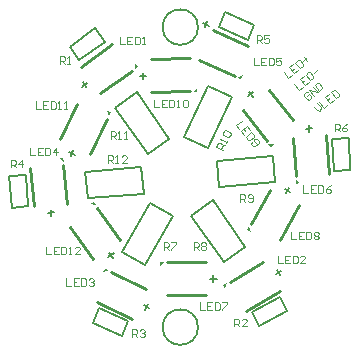
<source format=gto>
G04*
G04 #@! TF.GenerationSoftware,Altium Limited,Altium Designer,23.5.1 (21)*
G04*
G04 Layer_Color=65535*
%FSLAX44Y44*%
%MOMM*%
G71*
G04*
G04 #@! TF.SameCoordinates,F507A0DE-0196-4A71-86C9-71FBE13DDA2A*
G04*
G04*
G04 #@! TF.FilePolarity,Positive*
G04*
G01*
G75*
%ADD10C,0.1270*%
%ADD11C,0.1524*%
%ADD12C,0.2540*%
%ADD13C,0.2032*%
%ADD14C,0.1016*%
G36*
X-76198Y-22771D02*
X-73341Y-20750D01*
X-71320Y-23608D01*
X-76198Y-22771D01*
D01*
D02*
G37*
G36*
X-65241Y-80754D02*
X-63762Y-77582D01*
X-60589Y-79061D01*
X-65241Y-80754D01*
D01*
D02*
G37*
G36*
X-17452Y-74984D02*
X-17446Y-71485D01*
X-13946Y-71491D01*
X-17452Y-74984D01*
D01*
D02*
G37*
G36*
X-102556Y16123D02*
X-99069Y16428D01*
X-98764Y12941D01*
X-102556Y16123D01*
D01*
D02*
G37*
G36*
X-62019Y56282D02*
X-58874Y54747D01*
X-60409Y51602D01*
X-62019Y56282D01*
D01*
D02*
G37*
G36*
X-37986Y96240D02*
X-35921Y93414D01*
X-38747Y91349D01*
X-37986Y96240D01*
D01*
D02*
G37*
G36*
X38147Y-94323D02*
X36398Y-91292D01*
X39429Y-89542D01*
X38147Y-94323D01*
D01*
D02*
G37*
G36*
X59489Y-46171D02*
X56420Y-44489D01*
X58102Y-41420D01*
X59489Y-46171D01*
D01*
D02*
G37*
G36*
X101424Y-5169D02*
X97934Y-5431D01*
X97671Y-1941D01*
X101424Y-5169D01*
D01*
D02*
G37*
G36*
X14331Y75629D02*
X14397Y72130D01*
X10897Y72064D01*
X14331Y75629D01*
D01*
D02*
G37*
G36*
X52920Y86095D02*
X51505Y82894D01*
X48304Y84309D01*
X52920Y86095D01*
D01*
D02*
G37*
G36*
X79302Y27817D02*
X76554Y25650D01*
X74386Y28398D01*
X79302Y27817D01*
D01*
D02*
G37*
D10*
X15000Y-127000D02*
G03*
X15000Y-127000I-15000J0D01*
G01*
Y127000D02*
G03*
X15000Y127000I-15000J0D01*
G01*
D11*
X60406Y-114301D02*
X84066Y-101453D01*
X60406Y-114301D02*
X66952Y-126355D01*
X90612Y-113506D01*
X84066Y-101453D02*
X90612Y-113506D01*
X-68636Y-110837D02*
X-44014Y-121728D01*
X-74185Y-123380D02*
X-68636Y-110837D01*
X-74185Y-123380D02*
X-49563Y-134272D01*
X-44014Y-121728D01*
X32438Y127180D02*
X57153Y116500D01*
X62594Y129090D01*
X37878Y139770D02*
X62594Y129090D01*
X32438Y127180D02*
X37878Y139770D01*
X128719Y32284D02*
X130110Y5396D01*
X143808Y6105D01*
X142416Y32993D02*
X143808Y6105D01*
X128719Y32284D02*
X142416Y32993D01*
X-85500Y98877D02*
X-63755Y114754D01*
X-71843Y125832D02*
X-63755Y114754D01*
X-93588Y109955D02*
X-71843Y125832D01*
X-93588Y109955D02*
X-85500Y98877D01*
X-130972Y1962D02*
X-128625Y-24859D01*
X-144636Y767D02*
X-130972Y1962D01*
X-144636Y767D02*
X-142289Y-26055D01*
X-128625Y-24859D01*
X81601Y-78586D02*
X84322Y-83299D01*
X80605Y-82303D02*
X85318Y-79582D01*
X28033Y-83168D02*
X28023Y-88610D01*
X25307Y-85884D02*
X30749Y-85894D01*
X-27425Y-107323D02*
X-29725Y-112255D01*
X-31041Y-108639D02*
X-26109Y-110939D01*
X20711Y126933D02*
X22912Y131910D01*
X24300Y128322D02*
X19323Y130522D01*
X57478Y68556D02*
X61750Y71926D01*
X61299Y68105D02*
X57929Y72377D01*
X106090Y40811D02*
X111517Y41219D01*
X109008Y38302D02*
X108600Y43728D01*
X88462Y-10165D02*
X93234Y-12781D01*
X89540Y-13859D02*
X92156Y-9087D01*
X-31316Y82864D02*
X-31419Y88305D01*
X-28647Y85636D02*
X-34088Y85533D01*
X-79501Y75932D02*
X-82711Y80325D01*
X-78909Y79734D02*
X-83303Y76523D01*
X-89261Y18949D02*
X-94151Y21337D01*
X-90512Y22588D02*
X-92900Y17698D01*
X-106657Y-29911D02*
X-112078Y-30385D01*
X-109605Y-27437D02*
X-109131Y-32858D01*
X-56534Y-64596D02*
X-60977Y-67738D01*
X-60327Y-63945D02*
X-57185Y-68388D01*
D12*
X55786Y-112972D02*
X84382Y-96462D01*
X41992Y-88674D02*
X70412Y-72266D01*
X-11548Y-99965D02*
X21472Y-100028D01*
X-11293Y-72026D02*
X21524Y-72088D01*
X-70400Y-105900D02*
X-40473Y-119855D01*
X-58408Y-80663D02*
X-28666Y-94532D01*
X27375Y124691D02*
X57575Y111339D01*
X16077Y99137D02*
X46091Y85867D01*
X74768Y73879D02*
X95220Y47956D01*
X52832Y56574D02*
X73158Y30810D01*
X123404Y35564D02*
X125878Y2637D01*
X95543Y33470D02*
X98001Y746D01*
X84245Y-52956D02*
X100118Y-24001D01*
X59843Y-39347D02*
X75617Y-10570D01*
X-25107Y99857D02*
X7908Y100482D01*
X-24578Y71922D02*
X8234Y72543D01*
X-84183Y93406D02*
X-57524Y112889D01*
X-67698Y70848D02*
X-41202Y90211D01*
X-101557Y32220D02*
X-87068Y61891D01*
X-76450Y19960D02*
X-62050Y49449D01*
X-126912Y8018D02*
X-124034Y-24876D01*
X-99060Y10251D02*
X-96200Y-22441D01*
X-93147Y-42050D02*
X-74079Y-69008D01*
X-70219Y-26081D02*
X-51269Y-52873D01*
D13*
X-80427Y4182D02*
X-78478Y-18085D01*
X-32856Y8344D02*
X-30908Y-13923D01*
X-80427Y4182D02*
X-32856Y8344D01*
X-78478Y-18085D02*
X-30908Y-13923D01*
X-54901Y58922D02*
X-36591Y71743D01*
X-27512Y19806D02*
X-9202Y32626D01*
X-36591Y71743D02*
X-9202Y32626D01*
X-54901Y58922D02*
X-27512Y19806D01*
X23577Y77007D02*
X43835Y67560D01*
X3396Y33729D02*
X23654Y24282D01*
X43835Y67560D01*
X3396Y33729D02*
X23577Y77007D01*
X78478Y18085D02*
X80427Y-4182D01*
X30908Y13923D02*
X32856Y-8344D01*
X80427Y-4182D01*
X30908Y13923D02*
X78478Y18085D01*
X36591Y-71743D02*
X54901Y-58922D01*
X9202Y-32626D02*
X27512Y-19806D01*
X9202Y-32626D02*
X36591Y-71743D01*
X27512Y-19806D02*
X54901Y-58922D01*
X-49557Y-63483D02*
X-30199Y-74659D01*
X-25681Y-22128D02*
X-6323Y-33304D01*
X-49557Y-63483D02*
X-25681Y-22128D01*
X-30199Y-74659D02*
X-6323Y-33304D01*
D14*
X45510Y-126364D02*
Y-120016D01*
X48684D01*
X49742Y-121074D01*
Y-123190D01*
X48684Y-124248D01*
X45510D01*
X47626D02*
X49742Y-126364D01*
X56090D02*
X51858D01*
X56090Y-122132D01*
Y-121074D01*
X55032Y-120016D01*
X52916D01*
X51858Y-121074D01*
X82342Y-66676D02*
Y-73024D01*
X86574D01*
X92922Y-66676D02*
X88690D01*
Y-73024D01*
X92922D01*
X88690Y-69850D02*
X90806D01*
X95038Y-66676D02*
Y-73024D01*
X98212D01*
X99270Y-71966D01*
Y-67734D01*
X98212Y-66676D01*
X95038D01*
X105618Y-73024D02*
X101386D01*
X105618Y-68792D01*
Y-67734D01*
X104560Y-66676D01*
X102444D01*
X101386Y-67734D01*
X16302Y-106046D02*
Y-112394D01*
X20534D01*
X26882Y-106046D02*
X22650D01*
Y-112394D01*
X26882D01*
X22650Y-109220D02*
X24766D01*
X28998Y-106046D02*
Y-112394D01*
X32172D01*
X33230Y-111336D01*
Y-107104D01*
X32172Y-106046D01*
X28998D01*
X35346D02*
X39578D01*
Y-107104D01*
X35346Y-111336D01*
Y-112394D01*
X-96728Y-85726D02*
Y-92074D01*
X-92496D01*
X-86148Y-85726D02*
X-90380D01*
Y-92074D01*
X-86148D01*
X-90380Y-88900D02*
X-88264D01*
X-84032Y-85726D02*
Y-92074D01*
X-80858D01*
X-79800Y-91016D01*
Y-86784D01*
X-80858Y-85726D01*
X-84032D01*
X-77684Y-86784D02*
X-76626Y-85726D01*
X-74510D01*
X-73452Y-86784D01*
Y-87842D01*
X-74510Y-88900D01*
X-75568D01*
X-74510D01*
X-73452Y-89958D01*
Y-91016D01*
X-74510Y-92074D01*
X-76626D01*
X-77684Y-91016D01*
X-40850Y-135254D02*
Y-128906D01*
X-37676D01*
X-36618Y-129964D01*
Y-132080D01*
X-37676Y-133138D01*
X-40850D01*
X-38734D02*
X-36618Y-135254D01*
X-34502Y-129964D02*
X-33444Y-128906D01*
X-31328D01*
X-30270Y-129964D01*
Y-131022D01*
X-31328Y-132080D01*
X-32386D01*
X-31328D01*
X-30270Y-133138D01*
Y-134196D01*
X-31328Y-135254D01*
X-33444D01*
X-34502Y-134196D01*
X112885Y59634D02*
X115605Y56392D01*
X118586Y56132D01*
X118847Y59113D01*
X116127Y62354D01*
X117748Y63715D02*
X121828Y58852D01*
X125070Y61572D01*
X125852Y70515D02*
X122610Y67795D01*
X126691Y62932D01*
X129933Y65652D01*
X124651Y65363D02*
X126272Y66724D01*
X127473Y71875D02*
X131554Y67013D01*
X133985Y69053D01*
X134115Y70543D01*
X131395Y73785D01*
X129905Y73916D01*
X127473Y71875D01*
X107917Y71704D02*
X106426Y71834D01*
X104805Y70474D01*
X104675Y68984D01*
X107395Y65742D01*
X108886Y65611D01*
X110507Y66972D01*
X110637Y68462D01*
X109277Y70083D01*
X107656Y68723D01*
X112938Y69012D02*
X108858Y73875D01*
X116180Y71732D01*
X112100Y76595D01*
X113720Y77955D02*
X117801Y73092D01*
X120232Y75132D01*
X120363Y76623D01*
X117642Y79865D01*
X116152Y79995D01*
X113720Y77955D01*
X96375Y78684D02*
X100455Y73821D01*
X103697Y76542D01*
X104480Y85485D02*
X101238Y82765D01*
X105318Y77902D01*
X108560Y80622D01*
X103278Y80333D02*
X104899Y81693D01*
X106100Y86845D02*
X110181Y81982D01*
X112612Y84022D01*
X112743Y85513D01*
X110022Y88755D01*
X108532Y88885D01*
X106100Y86845D01*
X113003Y88494D02*
X116245Y91214D01*
X87485Y88844D02*
X91565Y83981D01*
X94807Y86702D01*
X95590Y95645D02*
X92348Y92925D01*
X96428Y88062D01*
X99670Y90782D01*
X94388Y90493D02*
X96009Y91853D01*
X97210Y97005D02*
X101291Y92142D01*
X103722Y94182D01*
X103853Y95673D01*
X101132Y98915D01*
X99642Y99045D01*
X97210Y97005D01*
X104113Y98654D02*
X107355Y101374D01*
X104374Y101635D02*
X107094Y98393D01*
X64560Y113666D02*
Y120014D01*
X67734D01*
X68792Y118956D01*
Y116840D01*
X67734Y115782D01*
X64560D01*
X66676D02*
X68792Y113666D01*
X75140Y120014D02*
X70908D01*
Y116840D01*
X73024Y117898D01*
X74082D01*
X75140Y116840D01*
Y114724D01*
X74082Y113666D01*
X71966D01*
X70908Y114724D01*
X62022Y100964D02*
Y94616D01*
X66254D01*
X72602Y100964D02*
X68370D01*
Y94616D01*
X72602D01*
X68370Y97790D02*
X70486D01*
X74718Y100964D02*
Y94616D01*
X77892D01*
X78950Y95674D01*
Y99906D01*
X77892Y100964D01*
X74718D01*
X85298D02*
X81066D01*
Y97790D01*
X83182Y98848D01*
X84240D01*
X85298Y97790D01*
Y95674D01*
X84240Y94616D01*
X82124D01*
X81066Y95674D01*
X52101Y47785D02*
X47238Y43705D01*
X49958Y40463D01*
X58901Y39681D02*
X56181Y42923D01*
X51318Y38842D01*
X54039Y35600D01*
X53750Y40882D02*
X55110Y39261D01*
X60262Y38060D02*
X55399Y33979D01*
X57439Y31548D01*
X58929Y31418D01*
X62171Y34138D01*
X62302Y35628D01*
X60262Y38060D01*
X60290Y29797D02*
X60159Y28306D01*
X61519Y26685D01*
X63010Y26555D01*
X66252Y29275D01*
X66382Y30766D01*
X65022Y32387D01*
X63531Y32517D01*
X62721Y31837D01*
X62590Y30346D01*
X64631Y27915D01*
X130600Y38736D02*
Y45084D01*
X133774D01*
X134832Y44026D01*
Y41910D01*
X133774Y40852D01*
X130600D01*
X132716D02*
X134832Y38736D01*
X141180Y45084D02*
X139064Y44026D01*
X136948Y41910D01*
Y39794D01*
X138006Y38736D01*
X140122D01*
X141180Y39794D01*
Y40852D01*
X140122Y41910D01*
X136948D01*
X103932Y-6986D02*
Y-13334D01*
X108164D01*
X114512Y-6986D02*
X110280D01*
Y-13334D01*
X114512D01*
X110280Y-10160D02*
X112396D01*
X116628Y-6986D02*
Y-13334D01*
X119802D01*
X120860Y-12276D01*
Y-8044D01*
X119802Y-6986D01*
X116628D01*
X127208D02*
X125092Y-8044D01*
X122976Y-10160D01*
Y-12276D01*
X124034Y-13334D01*
X126150D01*
X127208Y-12276D01*
Y-11218D01*
X126150Y-10160D01*
X122976D01*
X93772Y-46356D02*
Y-52704D01*
X98004D01*
X104352Y-46356D02*
X100120D01*
Y-52704D01*
X104352D01*
X100120Y-49530D02*
X102236D01*
X106468Y-46356D02*
Y-52704D01*
X109642D01*
X110700Y-51646D01*
Y-47414D01*
X109642Y-46356D01*
X106468D01*
X112816Y-47414D02*
X113874Y-46356D01*
X115990D01*
X117048Y-47414D01*
Y-48472D01*
X115990Y-49530D01*
X117048Y-50588D01*
Y-51646D01*
X115990Y-52704D01*
X113874D01*
X112816Y-51646D01*
Y-50588D01*
X113874Y-49530D01*
X112816Y-48472D01*
Y-47414D01*
X113874Y-49530D02*
X115990D01*
X-21903Y65404D02*
Y59056D01*
X-17671D01*
X-11323Y65404D02*
X-15555D01*
Y59056D01*
X-11323D01*
X-15555Y62230D02*
X-13439D01*
X-9207Y65404D02*
Y59056D01*
X-6033D01*
X-4975Y60114D01*
Y64346D01*
X-6033Y65404D01*
X-9207D01*
X-2859Y59056D02*
X-743D01*
X-1801D01*
Y65404D01*
X-2859Y64346D01*
X2431D02*
X3489Y65404D01*
X5605D01*
X6663Y64346D01*
Y60114D01*
X5605Y59056D01*
X3489D01*
X2431Y60114D01*
Y64346D01*
X-102022Y95886D02*
Y102234D01*
X-98848D01*
X-97790Y101176D01*
Y99060D01*
X-98848Y98002D01*
X-102022D01*
X-99906D02*
X-97790Y95886D01*
X-95674D02*
X-93558D01*
X-94616D01*
Y102234D01*
X-95674Y101176D01*
X-51220Y118744D02*
Y112396D01*
X-46988D01*
X-40640Y118744D02*
X-44872D01*
Y112396D01*
X-40640D01*
X-44872Y115570D02*
X-42756D01*
X-38524Y118744D02*
Y112396D01*
X-35350D01*
X-34292Y113454D01*
Y117686D01*
X-35350Y118744D01*
X-38524D01*
X-32176Y112396D02*
X-30060D01*
X-31118D01*
Y118744D01*
X-32176Y117686D01*
X-122445Y64134D02*
Y57786D01*
X-118213D01*
X-111865Y64134D02*
X-116097D01*
Y57786D01*
X-111865D01*
X-116097Y60960D02*
X-113981D01*
X-109749Y64134D02*
Y57786D01*
X-106575D01*
X-105517Y58844D01*
Y63076D01*
X-106575Y64134D01*
X-109749D01*
X-103401Y57786D02*
X-101285D01*
X-102343D01*
Y64134D01*
X-103401Y63076D01*
X-98111Y57786D02*
X-95995D01*
X-97053D01*
Y64134D01*
X-98111Y63076D01*
X-127208Y24764D02*
Y18416D01*
X-122976D01*
X-116628Y24764D02*
X-120860D01*
Y18416D01*
X-116628D01*
X-120860Y21590D02*
X-118744D01*
X-114512Y24764D02*
Y18416D01*
X-111338D01*
X-110280Y19474D01*
Y23706D01*
X-111338Y24764D01*
X-114512D01*
X-104990Y18416D02*
Y24764D01*
X-108164Y21590D01*
X-103932D01*
X-143720Y8256D02*
Y14604D01*
X-140546D01*
X-139488Y13546D01*
Y11430D01*
X-140546Y10372D01*
X-143720D01*
X-141604D02*
X-139488Y8256D01*
X-134198D02*
Y14604D01*
X-137372Y11430D01*
X-133140D01*
X-113343Y-59056D02*
Y-65404D01*
X-109111D01*
X-102763Y-59056D02*
X-106995D01*
Y-65404D01*
X-102763D01*
X-106995Y-62230D02*
X-104879D01*
X-100647Y-59056D02*
Y-65404D01*
X-97473D01*
X-96415Y-64346D01*
Y-60114D01*
X-97473Y-59056D01*
X-100647D01*
X-94299Y-65404D02*
X-92183D01*
X-93241D01*
Y-59056D01*
X-94299Y-60114D01*
X-84777Y-65404D02*
X-89009D01*
X-84777Y-61172D01*
Y-60114D01*
X-85835Y-59056D01*
X-87951D01*
X-89009Y-60114D01*
X-61275Y12066D02*
Y18414D01*
X-58101D01*
X-57043Y17356D01*
Y15240D01*
X-58101Y14182D01*
X-61275D01*
X-59159D02*
X-57043Y12066D01*
X-54927D02*
X-52811D01*
X-53869D01*
Y18414D01*
X-54927Y17356D01*
X-45405Y12066D02*
X-49637D01*
X-45405Y16298D01*
Y17356D01*
X-46463Y18414D01*
X-48579D01*
X-49637Y17356D01*
X-58947Y32386D02*
Y38734D01*
X-55773D01*
X-54715Y37676D01*
Y35560D01*
X-55773Y34502D01*
X-58947D01*
X-56831D02*
X-54715Y32386D01*
X-52599D02*
X-50483D01*
X-51541D01*
Y38734D01*
X-52599Y37676D01*
X-47309Y32386D02*
X-45193D01*
X-46251D01*
Y38734D01*
X-47309Y37676D01*
X36353Y23217D02*
X30600Y25900D01*
X31941Y28777D01*
X33347Y29288D01*
X35265Y28394D01*
X35777Y26988D01*
X34435Y24111D01*
X35330Y26029D02*
X38142Y27053D01*
X39036Y28970D02*
X39930Y30888D01*
X39483Y29929D01*
X33730Y32612D01*
X34242Y31206D01*
X36477Y36000D02*
X35965Y37406D01*
X36860Y39324D01*
X38266Y39836D01*
X42101Y38047D01*
X42613Y36641D01*
X41719Y34723D01*
X40313Y34212D01*
X36477Y36000D01*
X50590Y-20954D02*
Y-14606D01*
X53764D01*
X54822Y-15664D01*
Y-17780D01*
X53764Y-18838D01*
X50590D01*
X52706D02*
X54822Y-20954D01*
X56938Y-19896D02*
X57996Y-20954D01*
X60112D01*
X61170Y-19896D01*
Y-15664D01*
X60112Y-14606D01*
X57996D01*
X56938Y-15664D01*
Y-16722D01*
X57996Y-17780D01*
X61170D01*
X11220Y-61594D02*
Y-55246D01*
X14394D01*
X15452Y-56304D01*
Y-58420D01*
X14394Y-59478D01*
X11220D01*
X13336D02*
X15452Y-61594D01*
X17568Y-56304D02*
X18626Y-55246D01*
X20742D01*
X21800Y-56304D01*
Y-57362D01*
X20742Y-58420D01*
X21800Y-59478D01*
Y-60536D01*
X20742Y-61594D01*
X18626D01*
X17568Y-60536D01*
Y-59478D01*
X18626Y-58420D01*
X17568Y-57362D01*
Y-56304D01*
X18626Y-58420D02*
X20742D01*
X-14180Y-61594D02*
Y-55246D01*
X-11006D01*
X-9948Y-56304D01*
Y-58420D01*
X-11006Y-59478D01*
X-14180D01*
X-12064D02*
X-9948Y-61594D01*
X-7832Y-55246D02*
X-3600D01*
Y-56304D01*
X-7832Y-60536D01*
Y-61594D01*
M02*

</source>
